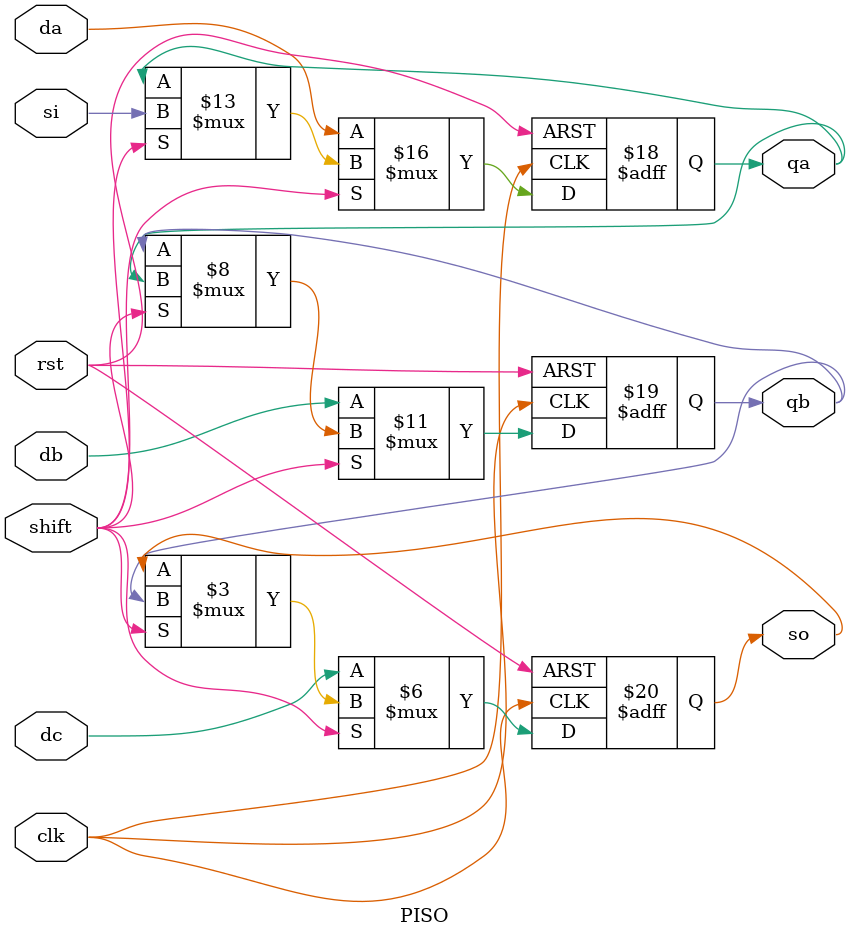
<source format=v>
module PISO(clk,rst,shift,si,da,db,dc,qa,qb,so);
  input clk,rst,shift,si,da,db,dc;
  output qa,qb,so;
  reg qa,qb,so;
  always @(posedge clk or posedge rst)
  if(rst)begin
    qa<=1'b0;
    qb<=1'b0;
    so<=1'b0;
  end
  else begin
  if(~shift)
  begin
    qa<=da;
    qb<=db;
    so<=dc;
  end
  else if(shift)
  begin
    qa<=si;
    qb<=qa;
    so<=qb;
  end
  end
endmodule

</source>
